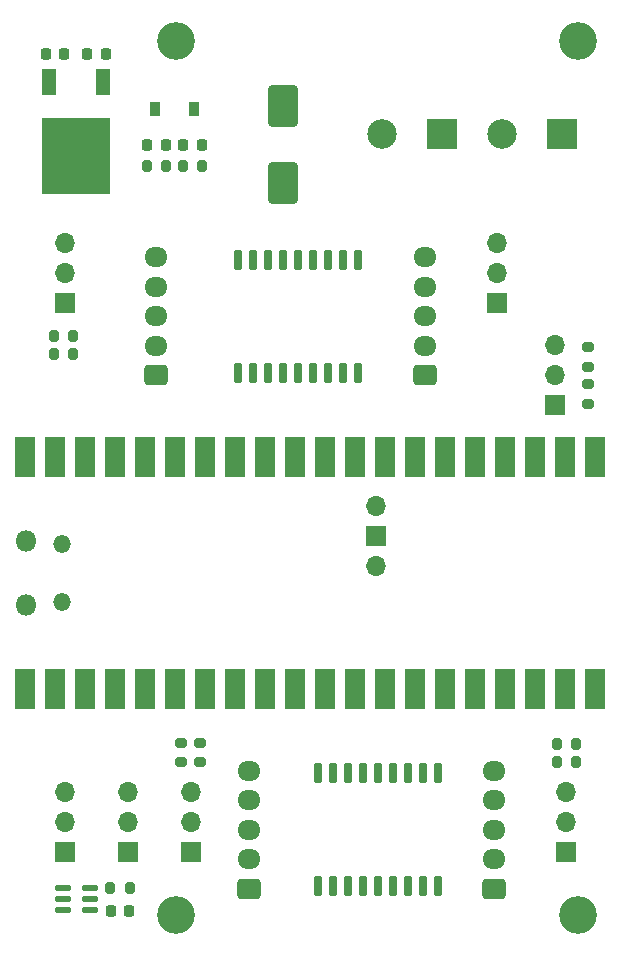
<source format=gts>
G04 #@! TF.GenerationSoftware,KiCad,Pcbnew,6.0.7+dfsg-1build1*
G04 #@! TF.CreationDate,2023-03-30T21:09:48-07:00*
G04 #@! TF.ProjectId,moduleDriver,6d6f6475-6c65-4447-9269-7665722e6b69,rev?*
G04 #@! TF.SameCoordinates,Original*
G04 #@! TF.FileFunction,Soldermask,Top*
G04 #@! TF.FilePolarity,Negative*
%FSLAX46Y46*%
G04 Gerber Fmt 4.6, Leading zero omitted, Abs format (unit mm)*
G04 Created by KiCad (PCBNEW 6.0.7+dfsg-1build1) date 2023-03-30 21:09:48*
%MOMM*%
%LPD*%
G01*
G04 APERTURE LIST*
G04 Aperture macros list*
%AMRoundRect*
0 Rectangle with rounded corners*
0 $1 Rounding radius*
0 $2 $3 $4 $5 $6 $7 $8 $9 X,Y pos of 4 corners*
0 Add a 4 corners polygon primitive as box body*
4,1,4,$2,$3,$4,$5,$6,$7,$8,$9,$2,$3,0*
0 Add four circle primitives for the rounded corners*
1,1,$1+$1,$2,$3*
1,1,$1+$1,$4,$5*
1,1,$1+$1,$6,$7*
1,1,$1+$1,$8,$9*
0 Add four rect primitives between the rounded corners*
20,1,$1+$1,$2,$3,$4,$5,0*
20,1,$1+$1,$4,$5,$6,$7,0*
20,1,$1+$1,$6,$7,$8,$9,0*
20,1,$1+$1,$8,$9,$2,$3,0*%
G04 Aperture macros list end*
%ADD10R,1.700000X1.700000*%
%ADD11O,1.700000X1.700000*%
%ADD12RoundRect,0.250000X0.725000X-0.600000X0.725000X0.600000X-0.725000X0.600000X-0.725000X-0.600000X0*%
%ADD13O,1.950000X1.700000*%
%ADD14RoundRect,0.150000X0.150000X-0.725000X0.150000X0.725000X-0.150000X0.725000X-0.150000X-0.725000X0*%
%ADD15RoundRect,0.200000X-0.275000X0.200000X-0.275000X-0.200000X0.275000X-0.200000X0.275000X0.200000X0*%
%ADD16O,1.500000X1.500000*%
%ADD17O,1.800000X1.800000*%
%ADD18R,1.700000X3.500000*%
%ADD19RoundRect,0.200000X0.200000X0.275000X-0.200000X0.275000X-0.200000X-0.275000X0.200000X-0.275000X0*%
%ADD20RoundRect,0.200000X0.275000X-0.200000X0.275000X0.200000X-0.275000X0.200000X-0.275000X-0.200000X0*%
%ADD21RoundRect,0.225000X-0.225000X-0.250000X0.225000X-0.250000X0.225000X0.250000X-0.225000X0.250000X0*%
%ADD22R,0.900000X1.200000*%
%ADD23C,3.200000*%
%ADD24RoundRect,0.250000X-1.000000X1.500000X-1.000000X-1.500000X1.000000X-1.500000X1.000000X1.500000X0*%
%ADD25R,2.500000X2.500000*%
%ADD26C,2.500000*%
%ADD27RoundRect,0.218750X0.218750X0.256250X-0.218750X0.256250X-0.218750X-0.256250X0.218750X-0.256250X0*%
%ADD28RoundRect,0.125000X-0.587500X-0.125000X0.587500X-0.125000X0.587500X0.125000X-0.587500X0.125000X0*%
%ADD29R,1.200000X2.200000*%
%ADD30R,5.800000X6.400000*%
%ADD31RoundRect,0.200000X-0.200000X-0.275000X0.200000X-0.275000X0.200000X0.275000X-0.200000X0.275000X0*%
%ADD32RoundRect,0.150000X-0.150000X0.725000X-0.150000X-0.725000X0.150000X-0.725000X0.150000X0.725000X0*%
%ADD33RoundRect,0.225000X0.225000X0.250000X-0.225000X0.250000X-0.225000X-0.250000X0.225000X-0.250000X0*%
G04 APERTURE END LIST*
D10*
X136056500Y-121651000D03*
D11*
X136056500Y-119111000D03*
X136056500Y-116571000D03*
D12*
X129921000Y-124751250D03*
D13*
X129921000Y-122251250D03*
X129921000Y-119751250D03*
X129921000Y-117251250D03*
X129921000Y-114751250D03*
D14*
X108204250Y-81048750D03*
X109474250Y-81048750D03*
X110744250Y-81048750D03*
X112014250Y-81048750D03*
X113284250Y-81048750D03*
X114554250Y-81048750D03*
X115824250Y-81048750D03*
X117094250Y-81048750D03*
X118364250Y-81048750D03*
X118364250Y-71498750D03*
X117094250Y-71498750D03*
X115824250Y-71498750D03*
X114554250Y-71498750D03*
X113284250Y-71498750D03*
X112014250Y-71498750D03*
X110744250Y-71498750D03*
X109474250Y-71498750D03*
X108204250Y-71498750D03*
D15*
X137871200Y-78917800D03*
X137871200Y-80567800D03*
D16*
X93353000Y-100437500D03*
X93353000Y-95587500D03*
D17*
X90323000Y-95287500D03*
X90323000Y-100737500D03*
D18*
X90193000Y-107802500D03*
X92733000Y-107802500D03*
X95273000Y-107802500D03*
X97813000Y-107802500D03*
X100353000Y-107802500D03*
X102893000Y-107802500D03*
X105433000Y-107802500D03*
X107973000Y-107802500D03*
X110513000Y-107802500D03*
X113053000Y-107802500D03*
X115593000Y-107802500D03*
X118133000Y-107802500D03*
X120673000Y-107802500D03*
X123213000Y-107802500D03*
X125753000Y-107802500D03*
X128293000Y-107802500D03*
X130833000Y-107802500D03*
X133373000Y-107802500D03*
X135913000Y-107802500D03*
X138453000Y-107802500D03*
X138453000Y-88222500D03*
X135913000Y-88222500D03*
X133373000Y-88222500D03*
X130833000Y-88222500D03*
X128293000Y-88222500D03*
X125753000Y-88222500D03*
X123213000Y-88222500D03*
X120673000Y-88222500D03*
X118133000Y-88222500D03*
X115593000Y-88222500D03*
X113053000Y-88222500D03*
X110513000Y-88222500D03*
X107973000Y-88222500D03*
X105433000Y-88222500D03*
X102893000Y-88222500D03*
X100353000Y-88222500D03*
X97813000Y-88222500D03*
X95273000Y-88222500D03*
X92733000Y-88222500D03*
X90193000Y-88222500D03*
D11*
X119923000Y-97428400D03*
D10*
X119923000Y-94888400D03*
D11*
X119923000Y-92348400D03*
D19*
X105219000Y-63601600D03*
X103569000Y-63601600D03*
D20*
X105054400Y-114058200D03*
X105054400Y-112408200D03*
D10*
X98921000Y-121651000D03*
D11*
X98921000Y-119111000D03*
X98921000Y-116571000D03*
D10*
X93575000Y-75173750D03*
D11*
X93575000Y-72633750D03*
X93575000Y-70093750D03*
D10*
X104267000Y-121651000D03*
D11*
X104267000Y-119111000D03*
X104267000Y-116571000D03*
D15*
X137871200Y-82043000D03*
X137871200Y-83693000D03*
D19*
X94297000Y-79502000D03*
X92647000Y-79502000D03*
D10*
X135056500Y-83830400D03*
D11*
X135056500Y-81290400D03*
X135056500Y-78750400D03*
D21*
X91985800Y-54051200D03*
X93535800Y-54051200D03*
D22*
X101220000Y-58724800D03*
X104520000Y-58724800D03*
D23*
X137000000Y-53000000D03*
D24*
X112045500Y-58472000D03*
X112045500Y-64972000D03*
D25*
X135636000Y-60833000D03*
D26*
X130556000Y-60833000D03*
D23*
X137000000Y-127000000D03*
D27*
X105181500Y-61823600D03*
X103606500Y-61823600D03*
D23*
X103000000Y-53000000D03*
X103000000Y-127000000D03*
D28*
X93452100Y-124683200D03*
X93452100Y-125633200D03*
X93452100Y-126583200D03*
X95727100Y-126583200D03*
X95727100Y-125633200D03*
X95727100Y-124683200D03*
D20*
X103428800Y-114058200D03*
X103428800Y-112408200D03*
D19*
X94297000Y-77978000D03*
X92647000Y-77978000D03*
D25*
X125476000Y-60833000D03*
D26*
X120396000Y-60833000D03*
D12*
X124104400Y-81273750D03*
D13*
X124104400Y-78773750D03*
X124104400Y-76273750D03*
X124104400Y-73773750D03*
X124104400Y-71273750D03*
D19*
X102171000Y-63601600D03*
X100521000Y-63601600D03*
D10*
X130200400Y-75173750D03*
D11*
X130200400Y-72633750D03*
X130200400Y-70093750D03*
D29*
X96842500Y-56438000D03*
D30*
X94562500Y-62738000D03*
D29*
X92282500Y-56438000D03*
D31*
X97422200Y-124663200D03*
X99072200Y-124663200D03*
X135231500Y-114046000D03*
X136881500Y-114046000D03*
D32*
X125159000Y-114976250D03*
X123889000Y-114976250D03*
X122619000Y-114976250D03*
X121349000Y-114976250D03*
X120079000Y-114976250D03*
X118809000Y-114976250D03*
X117539000Y-114976250D03*
X116269000Y-114976250D03*
X114999000Y-114976250D03*
X114999000Y-124526250D03*
X116269000Y-124526250D03*
X117539000Y-124526250D03*
X118809000Y-124526250D03*
X120079000Y-124526250D03*
X121349000Y-124526250D03*
X122619000Y-124526250D03*
X123889000Y-124526250D03*
X125159000Y-124526250D03*
D10*
X93575000Y-121651000D03*
D11*
X93575000Y-119111000D03*
X93575000Y-116571000D03*
D33*
X99022200Y-126603200D03*
X97472200Y-126603200D03*
D12*
X101329000Y-81273750D03*
D13*
X101329000Y-78773750D03*
X101329000Y-76273750D03*
X101329000Y-73773750D03*
X101329000Y-71273750D03*
D12*
X109140000Y-124751250D03*
D13*
X109140000Y-122251250D03*
X109140000Y-119751250D03*
X109140000Y-117251250D03*
X109140000Y-114751250D03*
D27*
X102133500Y-61823600D03*
X100558500Y-61823600D03*
D31*
X135231500Y-112531250D03*
X136881500Y-112531250D03*
D33*
X97041000Y-54051200D03*
X95491000Y-54051200D03*
M02*

</source>
